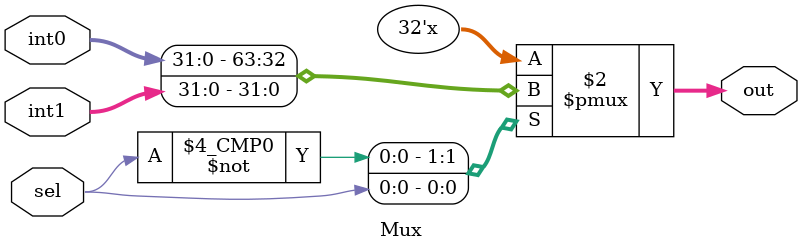
<source format=v>

`timescale 1ns/1ns

module Mux(
    input sel,
    input [31:0]int0,
    input [31:0]int1,
    output reg [31:0]out);

    always @*
     begin
         case(sel)
         1'b0:
         begin
             out = int0;
         end
         1'b1:
         begin
             out = int1;
         end
         endcase 
    end
    
endmodule

</source>
